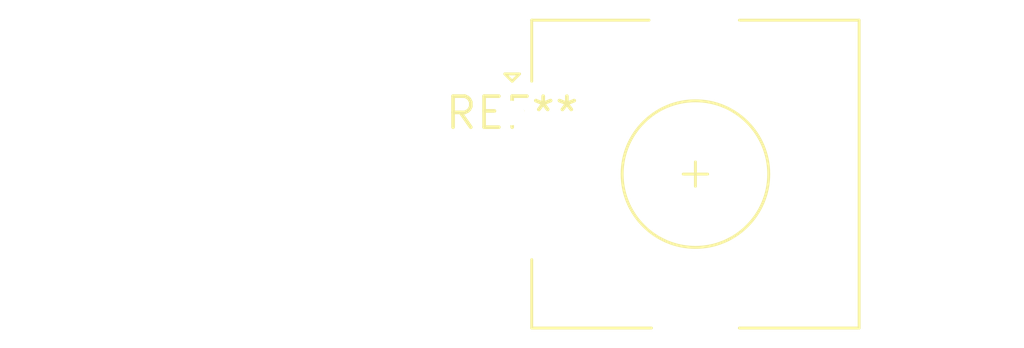
<source format=kicad_pcb>
(kicad_pcb (version 20240108) (generator pcbnew)
  (layers (0 "F.Cu" signal) (31 "B.Cu" signal) (34 "B.Paste" user) (35 "F.Paste" user) (36 "B.SilkS" user "B.Silkscreen") (37 "F.SilkS" user "F.Silkscreen") (38 "B.Mask" user) (39 "F.Mask" user) (44 "Edge.Cuts" user))
  (net 0 "")
  (footprint "RotaryEncoder_Alps_EC12E_Vertical_H20mm" (layer "F.Cu") (at 0 0)
    (property "Reference" "REF**")
    (property "Value" "RotaryEncoder_Alps_EC12E_Vertical_H20mm")
    (fp_line (start -0.3 -1.6) (end 0.3 -1.6) (layer "F.SilkS") (stroke (width 0.12)))
    (fp_line (start 0 -1.3) (end -0.3 -1.6) (layer "F.SilkS") (stroke (width 0.12)))
    (fp_line (start 0.3 -1.6) (end 0 -1.3) (layer "F.SilkS") (stroke (width 0.12)))
    (fp_line (start 0.8 -3.8) (end 0.8 -1.3) (layer "F.SilkS") (stroke (width 0.12)))
    (fp_line (start 0.8 8.8) (end 0.8 6) (layer "F.SilkS") (stroke (width 0.12)))
    (fp_line (start 5.6 -3.8) (end 0.8 -3.8) (layer "F.SilkS") (stroke (width 0.12)))
    (fp_line (start 5.7 8.8) (end 0.8 8.8) (layer "F.SilkS") (stroke (width 0.12)))
    (fp_line (start 7 2.5) (end 8 2.5) (layer "F.SilkS") (stroke (width 0.12)))
    (fp_line (start 7.5 2) (end 7.5 3) (layer "F.SilkS") (stroke (width 0.12)))
    (fp_line (start 9.3 -3.8) (end 14.2 -3.8) (layer "F.SilkS") (stroke (width 0.12)))
    (fp_line (start 14.2 -3.8) (end 14.2 8.8) (layer "F.SilkS") (stroke (width 0.12)))
    (fp_line (start 14.2 8.8) (end 9.3 8.8) (layer "F.SilkS") (stroke (width 0.12)))
    (fp_circle (center 7.5 2.5) (end 10.5 2.5) (layer "F.SilkS") (stroke (width 0.12)) (fill none))
    (pad "A" thru_hole rect (at 0 0) (size 2 2) (drill 1) (layers *.Cu *.Mask) (remove_unused_layers))
    (pad "B" thru_hole circle (at 0 5) (size 2 2) (drill 1) (layers *.Cu *.Mask) (remove_unused_layers))
    (pad "C" thru_hole circle (at 0 2.5) (size 2 2) (drill 1) (layers *.Cu *.Mask) (remove_unused_layers))
    (pad "MP" thru_hole rect (at 7.5 -3.1) (size 3 2.5) (drill oval 2.5 2) (layers *.Cu *.Mask) (remove_unused_layers))
    (pad "MP" thru_hole rect (at 7.5 8.1) (size 3 2.5) (drill oval 2.5 2) (layers *.Cu *.Mask) (remove_unused_layers))
  )
)
</source>
